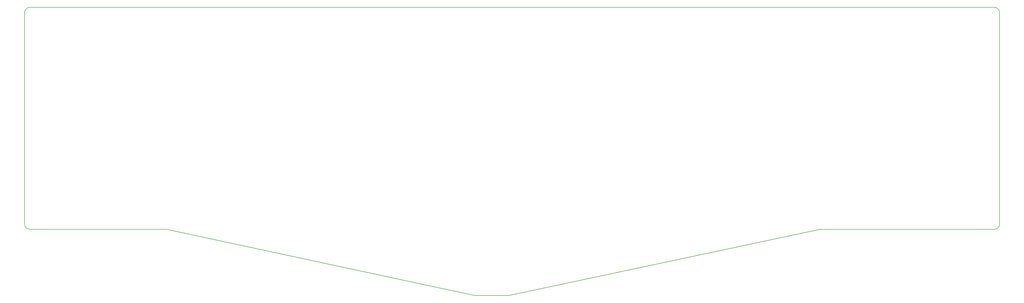
<source format=gm1>
G04 #@! TF.GenerationSoftware,KiCad,Pcbnew,(5.1.2)-1*
G04 #@! TF.CreationDate,2019-07-31T01:32:42-07:00*
G04 #@! TF.ProjectId,arisu,61726973-752e-46b6-9963-61645f706362,1.1*
G04 #@! TF.SameCoordinates,Original*
G04 #@! TF.FileFunction,Profile,NP*
%FSLAX46Y46*%
G04 Gerber Fmt 4.6, Leading zero omitted, Abs format (unit mm)*
G04 Created by KiCad (PCBNEW (5.1.2)-1) date 2019-07-31 01:32:42*
%MOMM*%
%LPD*%
G04 APERTURE LIST*
%ADD10C,0.150000*%
G04 APERTURE END LIST*
D10*
X396479790Y-34909530D02*
G75*
G02X398479790Y-36909530I0J-2000000D01*
G01*
X79772210Y-119872370D02*
X27412500Y-119872370D01*
X79772210Y-119872370D02*
X197644580Y-145256860D01*
X398479790Y-36909530D02*
X398479790Y-117872370D01*
X396479790Y-119872370D02*
G75*
G03X398479790Y-117872370I0J2000000D01*
G01*
X27412500Y-34909530D02*
G75*
G03X25412500Y-36909530I0J-2000000D01*
G01*
X27412500Y-119872370D02*
G75*
G02X25412500Y-117872370I0J2000000D01*
G01*
X210741510Y-145256860D02*
X329804510Y-119872370D01*
X197644580Y-145256860D02*
X210741510Y-145256860D01*
X396479790Y-119872370D02*
X329804510Y-119872370D01*
X27412500Y-34909530D02*
X396479790Y-34909530D01*
X25412500Y-36909530D02*
X25412500Y-117872370D01*
M02*

</source>
